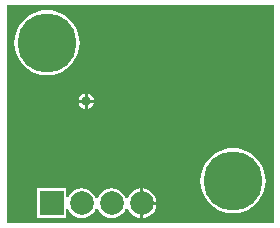
<source format=gbl>
G04*
G04 #@! TF.GenerationSoftware,Altium Limited,Altium Designer,18.0.12 (696)*
G04*
G04 Layer_Physical_Order=2*
G04 Layer_Color=16711680*
%FSLAX25Y25*%
%MOIN*%
G70*
G01*
G75*
%ADD24R,0.07874X0.07874*%
%ADD25C,0.07874*%
%ADD26C,0.19685*%
%ADD27C,0.03150*%
G36*
X227471Y101529D02*
X138529D01*
Y173971D01*
X227471D01*
Y101529D01*
D02*
G37*
%LPC*%
G36*
X152000Y172376D02*
X150299Y172242D01*
X148639Y171844D01*
X147062Y171191D01*
X145607Y170299D01*
X144309Y169191D01*
X143201Y167893D01*
X142309Y166438D01*
X141656Y164861D01*
X141258Y163201D01*
X141124Y161500D01*
X141258Y159799D01*
X141656Y158139D01*
X142309Y156562D01*
X143201Y155107D01*
X144309Y153809D01*
X145607Y152701D01*
X147062Y151809D01*
X148639Y151156D01*
X150299Y150758D01*
X152000Y150624D01*
X153701Y150758D01*
X155361Y151156D01*
X156938Y151809D01*
X158393Y152701D01*
X159690Y153809D01*
X160799Y155107D01*
X161691Y156562D01*
X162344Y158139D01*
X162742Y159799D01*
X162876Y161500D01*
X162742Y163201D01*
X162344Y164861D01*
X161691Y166438D01*
X160799Y167893D01*
X159690Y169191D01*
X158393Y170299D01*
X156938Y171191D01*
X155361Y171844D01*
X153701Y172242D01*
X152000Y172376D01*
D02*
G37*
G36*
X165500Y144531D02*
Y142500D01*
X167531D01*
X167508Y142672D01*
X167249Y143298D01*
X166836Y143836D01*
X166298Y144249D01*
X165672Y144509D01*
X165500Y144531D01*
D02*
G37*
G36*
X164500D02*
X164328Y144509D01*
X163701Y144249D01*
X163164Y143836D01*
X162751Y143298D01*
X162492Y142672D01*
X162469Y142500D01*
X164500D01*
Y144531D01*
D02*
G37*
G36*
X167531Y141500D02*
X165500D01*
Y139469D01*
X165672Y139491D01*
X166298Y139751D01*
X166836Y140164D01*
X167249Y140701D01*
X167508Y141328D01*
X167531Y141500D01*
D02*
G37*
G36*
X164500D02*
X162469D01*
X162492Y141328D01*
X162751Y140701D01*
X163164Y140164D01*
X163701Y139751D01*
X164328Y139491D01*
X164500Y139469D01*
Y141500D01*
D02*
G37*
G36*
X173500Y112980D02*
X172211Y112810D01*
X171010Y112312D01*
X169979Y111521D01*
X169187Y110490D01*
X168771Y109483D01*
X168229D01*
X167813Y110490D01*
X167021Y111521D01*
X165990Y112312D01*
X164789Y112810D01*
X163500Y112980D01*
X162211Y112810D01*
X161010Y112312D01*
X159979Y111521D01*
X159187Y110490D01*
X158937Y109885D01*
X158437Y109984D01*
Y112937D01*
X148563D01*
Y103063D01*
X158437D01*
Y106016D01*
X158937Y106115D01*
X159187Y105510D01*
X159979Y104479D01*
X161010Y103688D01*
X162211Y103190D01*
X163500Y103020D01*
X164789Y103190D01*
X165990Y103688D01*
X167021Y104479D01*
X167813Y105510D01*
X168229Y106517D01*
X168771D01*
X169187Y105510D01*
X169979Y104479D01*
X171010Y103688D01*
X172211Y103190D01*
X173500Y103020D01*
X174789Y103190D01*
X175990Y103688D01*
X177021Y104479D01*
X177813Y105510D01*
X178229Y106517D01*
X178771D01*
X179188Y105510D01*
X179979Y104479D01*
X181010Y103688D01*
X182211Y103190D01*
X183000Y103086D01*
Y108000D01*
Y112914D01*
X182211Y112810D01*
X181010Y112312D01*
X179979Y111521D01*
X179188Y110490D01*
X178771Y109483D01*
X178229D01*
X177813Y110490D01*
X177021Y111521D01*
X175990Y112312D01*
X174789Y112810D01*
X173500Y112980D01*
D02*
G37*
G36*
X184000Y112914D02*
Y108500D01*
X188414D01*
X188310Y109289D01*
X187812Y110490D01*
X187021Y111521D01*
X185990Y112312D01*
X184789Y112810D01*
X184000Y112914D01*
D02*
G37*
G36*
X214000Y126376D02*
X212299Y126242D01*
X210639Y125844D01*
X209062Y125191D01*
X207607Y124299D01*
X206310Y123190D01*
X205201Y121893D01*
X204309Y120438D01*
X203656Y118861D01*
X203258Y117201D01*
X203124Y115500D01*
X203258Y113799D01*
X203656Y112139D01*
X204309Y110562D01*
X205201Y109107D01*
X206310Y107809D01*
X207607Y106701D01*
X209062Y105809D01*
X210639Y105156D01*
X212299Y104758D01*
X214000Y104624D01*
X215701Y104758D01*
X217361Y105156D01*
X218938Y105809D01*
X220393Y106701D01*
X221691Y107809D01*
X222799Y109107D01*
X223691Y110562D01*
X224344Y112139D01*
X224742Y113799D01*
X224876Y115500D01*
X224742Y117201D01*
X224344Y118861D01*
X223691Y120438D01*
X222799Y121893D01*
X221691Y123190D01*
X220393Y124299D01*
X218938Y125191D01*
X217361Y125844D01*
X215701Y126242D01*
X214000Y126376D01*
D02*
G37*
G36*
X188414Y107500D02*
X184000D01*
Y103086D01*
X184789Y103190D01*
X185990Y103688D01*
X187021Y104479D01*
X187812Y105510D01*
X188310Y106711D01*
X188414Y107500D01*
D02*
G37*
%LPD*%
D24*
X153500Y108000D02*
D03*
D25*
X163500D02*
D03*
X173500D02*
D03*
X183500D02*
D03*
D26*
X214000Y115500D02*
D03*
X152000Y161500D02*
D03*
D27*
X165000Y142000D02*
D03*
M02*

</source>
